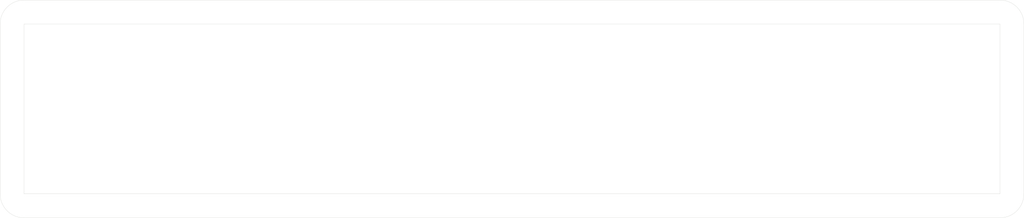
<source format=kicad_pcb>
(kicad_pcb (version 20221018) (generator pcbnew)

  (general
    (thickness 1.6)
  )

  (paper "A4")
  (layers
    (0 "F.Cu" signal)
    (31 "B.Cu" signal)
    (32 "B.Adhes" user "B.Adhesive")
    (33 "F.Adhes" user "F.Adhesive")
    (34 "B.Paste" user)
    (35 "F.Paste" user)
    (36 "B.SilkS" user "B.Silkscreen")
    (37 "F.SilkS" user "F.Silkscreen")
    (38 "B.Mask" user)
    (39 "F.Mask" user)
    (40 "Dwgs.User" user "User.Drawings")
    (41 "Cmts.User" user "User.Comments")
    (42 "Eco1.User" user "User.Eco1")
    (43 "Eco2.User" user "User.Eco2")
    (44 "Edge.Cuts" user)
    (45 "Margin" user)
    (46 "B.CrtYd" user "B.Courtyard")
    (47 "F.CrtYd" user "F.Courtyard")
    (48 "B.Fab" user)
    (49 "F.Fab" user)
    (50 "User.1" user)
    (51 "User.2" user)
    (52 "User.3" user)
    (53 "User.4" user)
    (54 "User.5" user)
    (55 "User.6" user)
    (56 "User.7" user)
    (57 "User.8" user)
    (58 "User.9" user)
  )

  (setup
    (pad_to_mask_clearance 0)
    (aux_axis_origin 90 110)
    (pcbplotparams
      (layerselection 0x00010a8_7fffffff)
      (plot_on_all_layers_selection 0x0000000_00000000)
      (disableapertmacros false)
      (usegerberextensions false)
      (usegerberattributes true)
      (usegerberadvancedattributes true)
      (creategerberjobfile true)
      (dashed_line_dash_ratio 12.000000)
      (dashed_line_gap_ratio 3.000000)
      (svgprecision 4)
      (plotframeref false)
      (viasonmask false)
      (mode 1)
      (useauxorigin true)
      (hpglpennumber 1)
      (hpglpenspeed 20)
      (hpglpendiameter 15.000000)
      (dxfpolygonmode true)
      (dxfimperialunits true)
      (dxfusepcbnewfont true)
      (psnegative false)
      (psa4output false)
      (plotreference true)
      (plotvalue true)
      (plotinvisibletext false)
      (sketchpadsonfab false)
      (subtractmaskfromsilk false)
      (outputformat 1)
      (mirror false)
      (drillshape 0)
      (scaleselection 1)
      (outputdirectory "Gerber/test2/")
    )
  )

  (net 0 "")

  (gr_arc (start 100 110) (mid 92.928932 107.071068) (end 90 100)
    (stroke (width 0.1) (type default)) (layer "Edge.Cuts") (tstamp 08fe1b3a-2235-4c23-a324-6a3473da282c))
  (gr_line (start 90 28.95) (end 90 100)
    (stroke (width 0.1) (type default)) (layer "Edge.Cuts") (tstamp 5cd6adff-0522-48f1-8e03-d3101490f123))
  (gr_arc (start 518.28 100) (mid 515.351068 107.071068) (end 508.28 110)
    (stroke (width 0.1) (type default)) (layer "Edge.Cuts") (tstamp 726dcb35-1500-4f40-8ab6-a2333c43968b))
  (gr_arc (start 90 28.95) (mid 92.928932 21.878932) (end 100 18.95)
    (stroke (width 0.1) (type default)) (layer "Edge.Cuts") (tstamp bc523a09-3907-432e-a05c-c6f4f23aa2c3))
  (gr_rect (start 100 28.95) (end 508.28 100)
    (stroke (width 0.1) (type default)) (fill none) (layer "Edge.Cuts") (tstamp d279e2f9-5bad-428c-8761-10d92449956c))
  (gr_line (start 100 110) (end 508.28 110)
    (stroke (width 0.1) (type default)) (layer "Edge.Cuts") (tstamp d40ff28e-3b89-4718-8b31-21a60aa1e66a))
  (gr_line (start 508.28 18.95) (end 100 18.95)
    (stroke (width 0.1) (type default)) (layer "Edge.Cuts") (tstamp f0b892ee-2ce5-476c-b83d-11b48ec49a32))
  (gr_line (start 518.28 100) (end 518.28 28.95)
    (stroke (width 0.1) (type default)) (layer "Edge.Cuts") (tstamp f167731f-72ca-4df7-bab9-9aa4541d40dd))
  (gr_arc (start 508.28 18.95) (mid 515.351068 21.878932) (end 518.28 28.95)
    (stroke (width 0.1) (type default)) (layer "Edge.Cuts") (tstamp f25efeba-cba2-482f-b544-3579c13411af))

)

</source>
